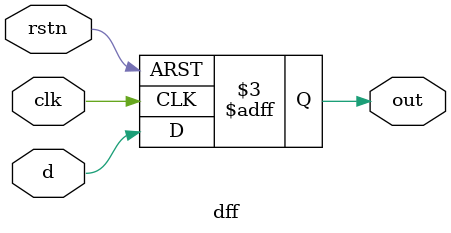
<source format=v>
`timescale 1ns / 1ps
module dff(input d, input clk, input rstn, output reg out);

 always @ (posedge clk or negedge rstn)
	if (!rstn)
		out <= 0;
	else
		out <= d;
endmodule

</source>
